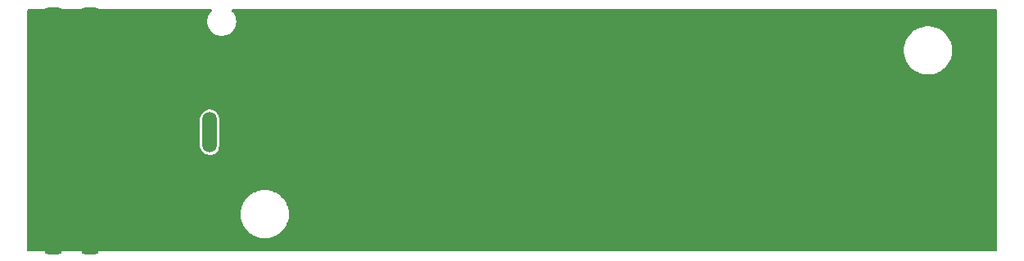
<source format=gbr>
%TF.GenerationSoftware,KiCad,Pcbnew,9.0.6*%
%TF.CreationDate,2026-02-27T22:21:18+08:00*%
%TF.ProjectId,minipower,6d696e69-706f-4776-9572-2e6b69636164,rev?*%
%TF.SameCoordinates,Original*%
%TF.FileFunction,Copper,L2,Bot*%
%TF.FilePolarity,Positive*%
%FSLAX46Y46*%
G04 Gerber Fmt 4.6, Leading zero omitted, Abs format (unit mm)*
G04 Created by KiCad (PCBNEW 9.0.6) date 2026-02-27 22:21:18*
%MOMM*%
%LPD*%
G01*
G04 APERTURE LIST*
%TA.AperFunction,ComponentPad*%
%ADD10O,1.900000X1.100000*%
%TD*%
%TA.AperFunction,ComponentPad*%
%ADD11O,1.500000X4.200000*%
%TD*%
%TA.AperFunction,ViaPad*%
%ADD12C,0.600000*%
%TD*%
G04 APERTURE END LIST*
D10*
%TO.P,U2,7,EH*%
%TO.N,GND*%
X102613000Y-65532000D03*
X98813000Y-65532000D03*
X102613000Y-74172000D03*
X98813000Y-74172000D03*
%TD*%
D11*
%TO.P,U6,1,1*%
%TO.N,/BAT*%
X115000000Y-62000000D03*
%TO.P,U6,2,2*%
%TO.N,GND*%
X195000000Y-62000000D03*
%TD*%
D10*
%TO.P,U3,7,EH*%
%TO.N,GND*%
X102606000Y-49526000D03*
X98806000Y-49526000D03*
X102606000Y-58166000D03*
X98806000Y-58166000D03*
%TD*%
D12*
%TO.N,GND*%
X110000000Y-63500000D03*
X110000000Y-64500000D03*
X107000000Y-64500000D03*
X107000000Y-63500000D03*
X107500000Y-63000000D03*
X108000000Y-63500000D03*
X107500000Y-64000000D03*
X108000000Y-64500000D03*
X107500000Y-65000000D03*
X108500000Y-65000000D03*
X109000000Y-64500000D03*
X109500000Y-65000000D03*
X109500000Y-64000000D03*
X109500000Y-63000000D03*
X109000000Y-63500000D03*
X108500000Y-63000000D03*
X108500000Y-64000000D03*
X108500000Y-64000000D03*
X108500000Y-64000000D03*
X102856000Y-56546000D03*
X97000000Y-62975000D03*
X102863000Y-72552000D03*
X102000000Y-63475000D03*
X104902000Y-66535000D03*
X102856000Y-51146000D03*
X104500000Y-63475000D03*
%TD*%
%TA.AperFunction,Conductor*%
%TO.N,GND*%
G36*
X115173389Y-49241685D02*
G01*
X115219144Y-49294489D01*
X115229088Y-49363647D01*
X115200063Y-49427203D01*
X115194031Y-49433681D01*
X115119552Y-49508159D01*
X115056687Y-49584760D01*
X115056677Y-49584773D01*
X114947776Y-49747754D01*
X114947765Y-49747772D01*
X114901062Y-49835149D01*
X114901055Y-49835163D01*
X114826040Y-50016263D01*
X114797272Y-50111099D01*
X114797272Y-50111101D01*
X114759027Y-50303367D01*
X114749315Y-50401985D01*
X114749315Y-50598014D01*
X114759027Y-50696632D01*
X114797272Y-50888898D01*
X114797272Y-50888900D01*
X114826040Y-50983736D01*
X114901055Y-51164836D01*
X114901062Y-51164850D01*
X114947765Y-51252227D01*
X114947769Y-51252234D01*
X114947772Y-51252239D01*
X115056683Y-51415235D01*
X115111627Y-51482183D01*
X115119552Y-51491840D01*
X115258159Y-51630447D01*
X115258164Y-51630451D01*
X115258165Y-51630452D01*
X115334765Y-51693317D01*
X115497761Y-51802228D01*
X115585157Y-51848942D01*
X115675713Y-51886451D01*
X115766263Y-51923959D01*
X115766267Y-51923960D01*
X115766269Y-51923961D01*
X115861096Y-51952727D01*
X116053364Y-51990972D01*
X116151983Y-52000685D01*
X116151985Y-52000685D01*
X116348015Y-52000685D01*
X116348017Y-52000685D01*
X116446636Y-51990972D01*
X116638904Y-51952727D01*
X116733731Y-51923961D01*
X116914843Y-51848942D01*
X117002239Y-51802228D01*
X117165235Y-51693317D01*
X117241835Y-51630452D01*
X117380452Y-51491835D01*
X117443317Y-51415235D01*
X117552228Y-51252239D01*
X117598942Y-51164843D01*
X117673961Y-50983731D01*
X117702727Y-50888904D01*
X117740972Y-50696636D01*
X117750685Y-50598017D01*
X117750685Y-50401983D01*
X117740972Y-50303364D01*
X117702727Y-50111096D01*
X117673961Y-50016269D01*
X117598942Y-49835157D01*
X117552228Y-49747761D01*
X117443317Y-49584765D01*
X117380452Y-49508165D01*
X117380451Y-49508164D01*
X117380447Y-49508159D01*
X117305969Y-49433681D01*
X117272484Y-49372358D01*
X117277468Y-49302666D01*
X117319340Y-49246733D01*
X117384804Y-49222316D01*
X117393650Y-49222000D01*
X196321500Y-49222000D01*
X196388539Y-49241685D01*
X196434294Y-49294489D01*
X196445500Y-49346000D01*
X196445500Y-74259000D01*
X196425815Y-74326039D01*
X196373011Y-74371794D01*
X196321500Y-74383000D01*
X96262500Y-74383000D01*
X96195461Y-74363315D01*
X96149706Y-74310511D01*
X96138500Y-74259000D01*
X96138500Y-70369188D01*
X118198782Y-70369188D01*
X118198782Y-70630811D01*
X118203105Y-70696777D01*
X118203105Y-70696779D01*
X118235647Y-70943957D01*
X118237254Y-70956161D01*
X118244922Y-70994712D01*
X118250153Y-71021012D01*
X118317865Y-71273714D01*
X118317867Y-71273721D01*
X118339118Y-71336323D01*
X118339122Y-71336334D01*
X118439238Y-71578034D01*
X118468478Y-71637327D01*
X118599277Y-71863877D01*
X118599284Y-71863888D01*
X118636015Y-71918860D01*
X118795273Y-72126412D01*
X118838876Y-72176132D01*
X119023867Y-72361123D01*
X119073587Y-72404726D01*
X119155793Y-72467803D01*
X119281133Y-72563980D01*
X119336110Y-72600715D01*
X119336120Y-72600721D01*
X119336122Y-72600722D01*
X119562672Y-72731521D01*
X119621965Y-72760761D01*
X119621970Y-72760763D01*
X119621976Y-72760766D01*
X119863674Y-72860881D01*
X119926287Y-72882135D01*
X120178985Y-72949846D01*
X120243839Y-72962746D01*
X120482875Y-72994215D01*
X120503221Y-72996894D01*
X120569189Y-73001218D01*
X120569194Y-73001218D01*
X120830811Y-73001218D01*
X120896777Y-72996894D01*
X120896779Y-72996894D01*
X120914757Y-72994526D01*
X121156161Y-72962746D01*
X121221015Y-72949846D01*
X121473713Y-72882135D01*
X121536326Y-72860881D01*
X121778024Y-72760766D01*
X121837327Y-72731521D01*
X122063890Y-72600715D01*
X122118867Y-72563980D01*
X122326419Y-72404721D01*
X122376134Y-72361122D01*
X122561122Y-72176134D01*
X122604721Y-72126419D01*
X122763980Y-71918867D01*
X122800715Y-71863890D01*
X122931521Y-71637327D01*
X122960766Y-71578024D01*
X123060881Y-71336326D01*
X123082135Y-71273713D01*
X123149846Y-71021015D01*
X123162746Y-70956161D01*
X123196893Y-70696786D01*
X123196894Y-70696779D01*
X123196894Y-70696777D01*
X123201218Y-70630811D01*
X123201218Y-70369188D01*
X123196894Y-70303222D01*
X123196894Y-70303220D01*
X123190554Y-70255066D01*
X123162746Y-70043839D01*
X123149846Y-69978985D01*
X123082135Y-69726287D01*
X123060881Y-69663674D01*
X122960766Y-69421976D01*
X122931521Y-69362673D01*
X122931521Y-69362672D01*
X122800722Y-69136122D01*
X122800721Y-69136120D01*
X122800715Y-69136110D01*
X122763980Y-69081133D01*
X122604721Y-68873581D01*
X122561122Y-68823866D01*
X122376134Y-68638878D01*
X122326419Y-68595279D01*
X122326417Y-68595278D01*
X122326412Y-68595273D01*
X122118860Y-68436015D01*
X122091945Y-68418031D01*
X122063890Y-68399285D01*
X122063885Y-68399282D01*
X122063877Y-68399277D01*
X121837327Y-68268478D01*
X121778034Y-68239238D01*
X121536334Y-68139122D01*
X121536323Y-68139118D01*
X121473721Y-68117867D01*
X121473714Y-68117865D01*
X121221012Y-68050153D01*
X121194712Y-68044922D01*
X121156161Y-68037254D01*
X121142352Y-68035436D01*
X120896778Y-68003105D01*
X120830811Y-67998782D01*
X120830806Y-67998782D01*
X120569194Y-67998782D01*
X120569189Y-67998782D01*
X120503222Y-68003105D01*
X120503220Y-68003105D01*
X120243846Y-68037253D01*
X120243844Y-68037253D01*
X120243839Y-68037254D01*
X120218258Y-68042342D01*
X120178987Y-68050153D01*
X119926285Y-68117865D01*
X119926278Y-68117867D01*
X119863676Y-68139118D01*
X119863665Y-68139122D01*
X119621965Y-68239238D01*
X119562672Y-68268478D01*
X119336122Y-68399277D01*
X119336111Y-68399284D01*
X119281139Y-68436015D01*
X119073587Y-68595273D01*
X119023867Y-68638876D01*
X118838876Y-68823867D01*
X118795273Y-68873587D01*
X118636015Y-69081139D01*
X118599284Y-69136111D01*
X118599277Y-69136122D01*
X118468478Y-69362672D01*
X118439238Y-69421965D01*
X118339122Y-69663665D01*
X118339118Y-69663676D01*
X118317867Y-69726278D01*
X118317865Y-69726285D01*
X118250153Y-69978987D01*
X118237253Y-70043846D01*
X118203105Y-70303220D01*
X118203105Y-70303222D01*
X118198782Y-70369188D01*
X96138500Y-70369188D01*
X96138500Y-63448543D01*
X113999499Y-63448543D01*
X114037947Y-63641829D01*
X114037950Y-63641839D01*
X114113364Y-63823907D01*
X114113371Y-63823920D01*
X114222860Y-63987781D01*
X114222863Y-63987785D01*
X114362214Y-64127136D01*
X114362218Y-64127139D01*
X114526079Y-64236628D01*
X114526092Y-64236635D01*
X114708160Y-64312049D01*
X114708165Y-64312051D01*
X114708169Y-64312051D01*
X114708170Y-64312052D01*
X114901456Y-64350500D01*
X114901459Y-64350500D01*
X115098543Y-64350500D01*
X115228582Y-64324632D01*
X115291835Y-64312051D01*
X115473914Y-64236632D01*
X115637782Y-64127139D01*
X115777139Y-63987782D01*
X115886632Y-63823914D01*
X115962051Y-63641835D01*
X116000500Y-63448541D01*
X116000500Y-60551459D01*
X116000500Y-60551456D01*
X115962052Y-60358170D01*
X115962051Y-60358169D01*
X115962051Y-60358165D01*
X115962049Y-60358160D01*
X115886635Y-60176092D01*
X115886628Y-60176079D01*
X115777139Y-60012218D01*
X115777136Y-60012214D01*
X115637785Y-59872863D01*
X115637781Y-59872860D01*
X115473920Y-59763371D01*
X115473907Y-59763364D01*
X115291839Y-59687950D01*
X115291829Y-59687947D01*
X115098543Y-59649500D01*
X115098541Y-59649500D01*
X114901459Y-59649500D01*
X114901457Y-59649500D01*
X114708170Y-59687947D01*
X114708160Y-59687950D01*
X114526092Y-59763364D01*
X114526079Y-59763371D01*
X114362218Y-59872860D01*
X114362214Y-59872863D01*
X114222863Y-60012214D01*
X114222860Y-60012218D01*
X114113371Y-60176079D01*
X114113364Y-60176092D01*
X114037950Y-60358160D01*
X114037947Y-60358170D01*
X113999500Y-60551456D01*
X113999500Y-60551459D01*
X113999500Y-63448541D01*
X113999500Y-63448543D01*
X113999499Y-63448543D01*
X96138500Y-63448543D01*
X96138500Y-53369188D01*
X186798782Y-53369188D01*
X186798782Y-53630811D01*
X186803105Y-53696777D01*
X186803105Y-53696779D01*
X186835647Y-53943957D01*
X186837254Y-53956161D01*
X186844922Y-53994712D01*
X186850153Y-54021012D01*
X186917865Y-54273714D01*
X186917867Y-54273721D01*
X186939118Y-54336323D01*
X186939122Y-54336334D01*
X187039238Y-54578034D01*
X187068478Y-54637327D01*
X187199277Y-54863877D01*
X187199284Y-54863888D01*
X187236015Y-54918860D01*
X187395273Y-55126412D01*
X187438876Y-55176132D01*
X187623867Y-55361123D01*
X187673587Y-55404726D01*
X187755793Y-55467803D01*
X187881133Y-55563980D01*
X187936110Y-55600715D01*
X187936120Y-55600721D01*
X187936122Y-55600722D01*
X188162672Y-55731521D01*
X188221965Y-55760761D01*
X188221970Y-55760763D01*
X188221976Y-55760766D01*
X188463674Y-55860881D01*
X188526287Y-55882135D01*
X188778985Y-55949846D01*
X188843839Y-55962746D01*
X189082875Y-55994215D01*
X189103221Y-55996894D01*
X189169189Y-56001218D01*
X189169194Y-56001218D01*
X189430811Y-56001218D01*
X189496777Y-55996894D01*
X189496779Y-55996894D01*
X189514757Y-55994526D01*
X189756161Y-55962746D01*
X189821015Y-55949846D01*
X190073713Y-55882135D01*
X190136326Y-55860881D01*
X190378024Y-55760766D01*
X190437327Y-55731521D01*
X190663890Y-55600715D01*
X190718867Y-55563980D01*
X190926419Y-55404721D01*
X190976134Y-55361122D01*
X191161122Y-55176134D01*
X191204721Y-55126419D01*
X191363980Y-54918867D01*
X191400715Y-54863890D01*
X191531521Y-54637327D01*
X191560766Y-54578024D01*
X191660881Y-54336326D01*
X191682135Y-54273713D01*
X191749846Y-54021015D01*
X191762746Y-53956161D01*
X191796893Y-53696786D01*
X191796894Y-53696779D01*
X191796894Y-53696777D01*
X191801218Y-53630811D01*
X191801218Y-53369188D01*
X191796894Y-53303222D01*
X191796894Y-53303220D01*
X191790554Y-53255066D01*
X191762746Y-53043839D01*
X191749846Y-52978985D01*
X191682135Y-52726287D01*
X191660881Y-52663674D01*
X191560766Y-52421976D01*
X191531521Y-52362673D01*
X191531521Y-52362672D01*
X191400722Y-52136122D01*
X191400721Y-52136120D01*
X191400715Y-52136110D01*
X191363980Y-52081133D01*
X191204721Y-51873581D01*
X191161122Y-51823866D01*
X190976134Y-51638878D01*
X190966520Y-51630447D01*
X190926412Y-51595273D01*
X190718860Y-51436015D01*
X190687766Y-51415239D01*
X190663890Y-51399285D01*
X190663885Y-51399282D01*
X190663877Y-51399277D01*
X190437327Y-51268478D01*
X190378034Y-51239238D01*
X190136334Y-51139122D01*
X190136323Y-51139118D01*
X190073721Y-51117867D01*
X190073714Y-51117865D01*
X189821012Y-51050153D01*
X189794712Y-51044922D01*
X189756161Y-51037254D01*
X189742352Y-51035436D01*
X189496778Y-51003105D01*
X189430811Y-50998782D01*
X189430806Y-50998782D01*
X189169194Y-50998782D01*
X189169189Y-50998782D01*
X189103222Y-51003105D01*
X189103220Y-51003105D01*
X188843846Y-51037253D01*
X188843844Y-51037253D01*
X188843839Y-51037254D01*
X188818258Y-51042342D01*
X188778987Y-51050153D01*
X188526285Y-51117865D01*
X188526278Y-51117867D01*
X188463676Y-51139118D01*
X188463665Y-51139122D01*
X188221965Y-51239238D01*
X188162672Y-51268478D01*
X187936122Y-51399277D01*
X187936111Y-51399284D01*
X187881139Y-51436015D01*
X187673587Y-51595273D01*
X187623867Y-51638876D01*
X187438876Y-51823867D01*
X187395273Y-51873587D01*
X187236015Y-52081139D01*
X187199284Y-52136111D01*
X187199277Y-52136122D01*
X187068478Y-52362672D01*
X187039238Y-52421965D01*
X186939122Y-52663665D01*
X186939118Y-52663676D01*
X186917867Y-52726278D01*
X186917865Y-52726285D01*
X186850153Y-52978987D01*
X186837253Y-53043846D01*
X186803105Y-53303220D01*
X186803105Y-53303222D01*
X186798782Y-53369188D01*
X96138500Y-53369188D01*
X96138500Y-49346000D01*
X96158185Y-49278961D01*
X96210989Y-49233206D01*
X96262500Y-49222000D01*
X115106350Y-49222000D01*
X115173389Y-49241685D01*
G37*
%TD.AperFunction*%
%TD*%
M02*

</source>
